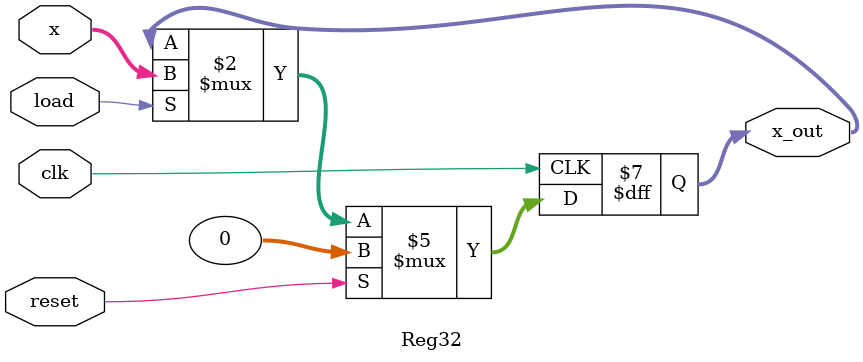
<source format=v>
module Reg32(x,
                clk, load, 
                x_out,reset
);

parameter N = 32; //tamanho do registrador parametrizável

input[N-1:0] x;   //entrada
input clk, load,reset;  
output reg[N-1:0] x_out; //saída


always @(posedge clk) begin
    if (reset) begin
        x_out <= 0;
    end
    else begin
        if (load) begin
            x_out <= x;
        end
    end
end

endmodule
</source>
